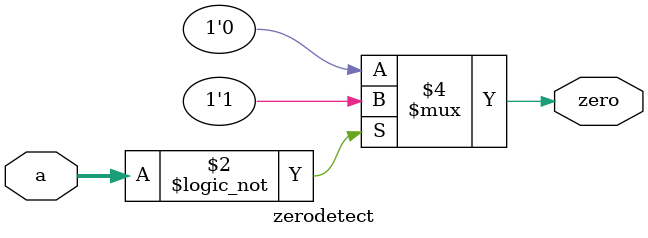
<source format=v>
module zerodetect #(parameter WIDTH=8)
            (input [WIDTH-1:0] a,
            output reg zero);

    always @(*) begin
        if (a == 0) begin
            zero <= 1; // Set zero flag if input is zero
        end else begin
            zero <= 0; // Clear zero flag otherwise
        end
    end
endmodule
</source>
